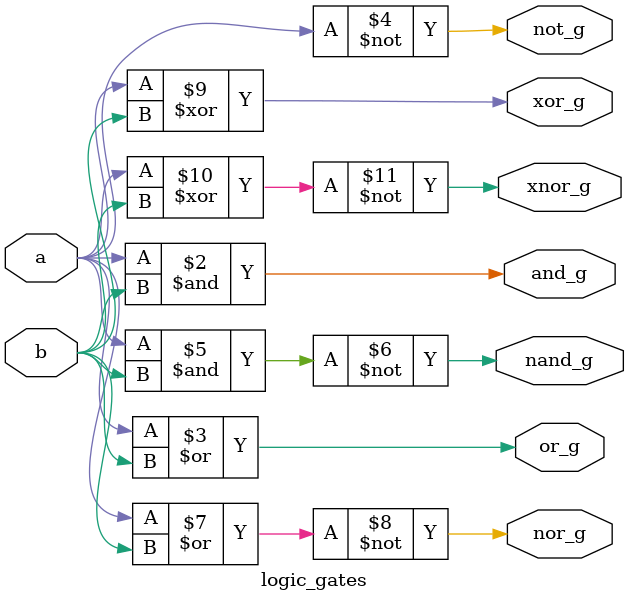
<source format=v>

`timescale 1ns / 1ps
module logic_gates(
    input a, b,
    output reg and_g,
    output reg or_g,
    output reg not_g,
    output reg nand_g,
    output reg nor_g,
    output reg xor_g,
    output reg xnor_g
    );
    always@(*)
        begin
            and_g = a&b;
            or_g = a|b;
            not_g = ~a;
            nand_g = ~(a&b);
            nor_g = ~(a|b);
            xor_g = a^b;
            xnor_g = ~(a^b);
        end    
endmodule


</source>
